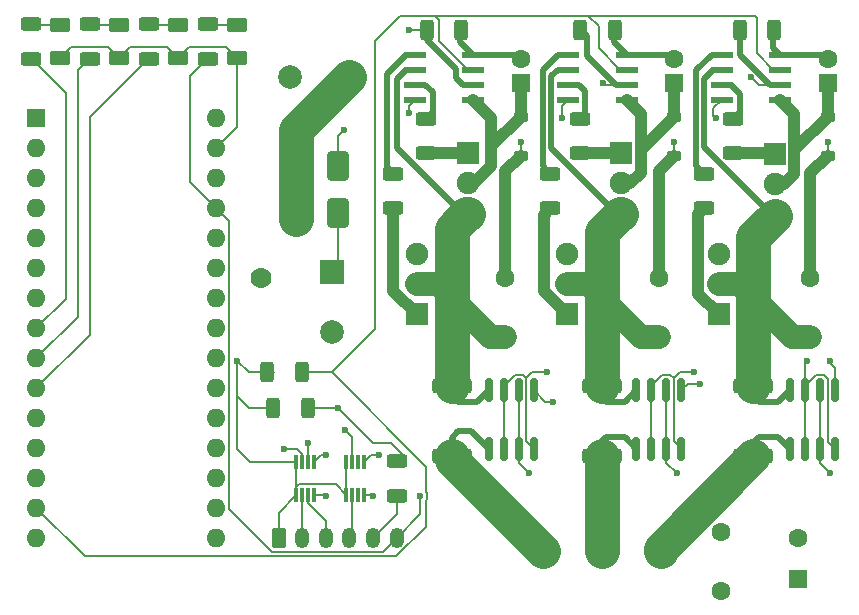
<source format=gbr>
%TF.GenerationSoftware,KiCad,Pcbnew,9.0.3*%
%TF.CreationDate,2025-07-09T22:45:58-05:00*%
%TF.ProjectId,focMotorController,666f634d-6f74-46f7-9243-6f6e74726f6c,rev?*%
%TF.SameCoordinates,Original*%
%TF.FileFunction,Copper,L1,Top*%
%TF.FilePolarity,Positive*%
%FSLAX46Y46*%
G04 Gerber Fmt 4.6, Leading zero omitted, Abs format (unit mm)*
G04 Created by KiCad (PCBNEW 9.0.3) date 2025-07-09 22:45:58*
%MOMM*%
%LPD*%
G01*
G04 APERTURE LIST*
G04 Aperture macros list*
%AMRoundRect*
0 Rectangle with rounded corners*
0 $1 Rounding radius*
0 $2 $3 $4 $5 $6 $7 $8 $9 X,Y pos of 4 corners*
0 Add a 4 corners polygon primitive as box body*
4,1,4,$2,$3,$4,$5,$6,$7,$8,$9,$2,$3,0*
0 Add four circle primitives for the rounded corners*
1,1,$1+$1,$2,$3*
1,1,$1+$1,$4,$5*
1,1,$1+$1,$6,$7*
1,1,$1+$1,$8,$9*
0 Add four rect primitives between the rounded corners*
20,1,$1+$1,$2,$3,$4,$5,0*
20,1,$1+$1,$4,$5,$6,$7,0*
20,1,$1+$1,$6,$7,$8,$9,0*
20,1,$1+$1,$8,$9,$2,$3,0*%
G04 Aperture macros list end*
%TA.AperFunction,SMDPad,CuDef*%
%ADD10RoundRect,0.250000X-0.312500X-0.625000X0.312500X-0.625000X0.312500X0.625000X-0.312500X0.625000X0*%
%TD*%
%TA.AperFunction,SMDPad,CuDef*%
%ADD11RoundRect,0.250000X0.312500X0.625000X-0.312500X0.625000X-0.312500X-0.625000X0.312500X-0.625000X0*%
%TD*%
%TA.AperFunction,SMDPad,CuDef*%
%ADD12RoundRect,0.250000X0.625000X-0.312500X0.625000X0.312500X-0.625000X0.312500X-0.625000X-0.312500X0*%
%TD*%
%TA.AperFunction,ComponentPad*%
%ADD13RoundRect,0.250000X0.550000X-0.550000X0.550000X0.550000X-0.550000X0.550000X-0.550000X-0.550000X0*%
%TD*%
%TA.AperFunction,ComponentPad*%
%ADD14C,1.600000*%
%TD*%
%TA.AperFunction,ComponentPad*%
%ADD15C,1.770000*%
%TD*%
%TA.AperFunction,SMDPad,CuDef*%
%ADD16RoundRect,0.250000X-0.650000X1.000000X-0.650000X-1.000000X0.650000X-1.000000X0.650000X1.000000X0*%
%TD*%
%TA.AperFunction,SMDPad,CuDef*%
%ADD17RoundRect,0.250000X0.625000X-0.375000X0.625000X0.375000X-0.625000X0.375000X-0.625000X-0.375000X0*%
%TD*%
%TA.AperFunction,SMDPad,CuDef*%
%ADD18RoundRect,0.250000X-1.425000X0.362500X-1.425000X-0.362500X1.425000X-0.362500X1.425000X0.362500X0*%
%TD*%
%TA.AperFunction,SMDPad,CuDef*%
%ADD19RoundRect,0.250000X-0.625000X0.312500X-0.625000X-0.312500X0.625000X-0.312500X0.625000X0.312500X0*%
%TD*%
%TA.AperFunction,SMDPad,CuDef*%
%ADD20RoundRect,0.225000X0.375000X-0.225000X0.375000X0.225000X-0.375000X0.225000X-0.375000X-0.225000X0*%
%TD*%
%TA.AperFunction,ComponentPad*%
%ADD21R,1.910000X1.910000*%
%TD*%
%TA.AperFunction,ComponentPad*%
%ADD22C,1.910000*%
%TD*%
%TA.AperFunction,SMDPad,CuDef*%
%ADD23R,1.981200X0.508000*%
%TD*%
%TA.AperFunction,ComponentPad*%
%ADD24RoundRect,0.250000X-0.350000X-0.625000X0.350000X-0.625000X0.350000X0.625000X-0.350000X0.625000X0*%
%TD*%
%TA.AperFunction,ComponentPad*%
%ADD25O,1.200000X1.750000*%
%TD*%
%TA.AperFunction,ComponentPad*%
%ADD26C,2.300000*%
%TD*%
%TA.AperFunction,SMDPad,CuDef*%
%ADD27RoundRect,0.087500X-0.087500X0.537500X-0.087500X-0.537500X0.087500X-0.537500X0.087500X0.537500X0*%
%TD*%
%TA.AperFunction,SMDPad,CuDef*%
%ADD28RoundRect,0.150000X0.150000X-0.825000X0.150000X0.825000X-0.150000X0.825000X-0.150000X-0.825000X0*%
%TD*%
%TA.AperFunction,ComponentPad*%
%ADD29C,2.000000*%
%TD*%
%TA.AperFunction,ComponentPad*%
%ADD30R,2.000000X2.000000*%
%TD*%
%TA.AperFunction,ComponentPad*%
%ADD31R,1.600000X1.600000*%
%TD*%
%TA.AperFunction,ComponentPad*%
%ADD32O,1.600000X1.600000*%
%TD*%
%TA.AperFunction,ViaPad*%
%ADD33C,0.600000*%
%TD*%
%TA.AperFunction,Conductor*%
%ADD34C,0.200000*%
%TD*%
%TA.AperFunction,Conductor*%
%ADD35C,0.500000*%
%TD*%
%TA.AperFunction,Conductor*%
%ADD36C,1.000000*%
%TD*%
%TA.AperFunction,Conductor*%
%ADD37C,2.000000*%
%TD*%
%TA.AperFunction,Conductor*%
%ADD38C,3.000000*%
%TD*%
G04 APERTURE END LIST*
D10*
%TO.P,R13,1*%
%TO.N,GND*%
X95037500Y-68500000D03*
%TO.P,R13,2*%
%TO.N,Enable*%
X97962500Y-68500000D03*
%TD*%
D11*
%TO.P,R11,1*%
%TO.N,GND*%
X137962500Y-39500000D03*
%TO.P,R11,2*%
%TO.N,PhaseC*%
X135037500Y-39500000D03*
%TD*%
%TO.P,R8,1*%
%TO.N,GND*%
X124462500Y-39500000D03*
%TO.P,R8,2*%
%TO.N,PhaseB*%
X121537500Y-39500000D03*
%TD*%
%TO.P,R7,1*%
%TO.N,GND*%
X111462500Y-39500000D03*
%TO.P,R7,2*%
%TO.N,PhaseA*%
X108537500Y-39500000D03*
%TD*%
D12*
%TO.P,R3,2*%
%TO.N,Net-(D3-A)*%
X90000000Y-39022522D03*
%TO.P,R3,1*%
%TO.N,5VDD*%
X90000000Y-41947522D03*
%TD*%
%TO.P,R5,2*%
%TO.N,Net-(D5-A)*%
X80000000Y-39022522D03*
%TO.P,R5,1*%
%TO.N,Status2*%
X80000000Y-41947522D03*
%TD*%
%TO.P,R4,2*%
%TO.N,Net-(D4-A)*%
X75020882Y-39037500D03*
%TO.P,R4,1*%
%TO.N,Status1*%
X75020882Y-41962500D03*
%TD*%
%TO.P,R6,2*%
%TO.N,Net-(D6-A)*%
X85000000Y-39022522D03*
%TO.P,R6,1*%
%TO.N,Status3*%
X85000000Y-41947522D03*
%TD*%
D10*
%TO.P,R2,1*%
%TO.N,GND*%
X95537500Y-71500000D03*
%TO.P,R2,2*%
%TO.N,Net-(A1-A0)*%
X98462500Y-71500000D03*
%TD*%
D12*
%TO.P,R1,1*%
%TO.N,Net-(J2-Motor_Temperature)*%
X106000000Y-78962500D03*
%TO.P,R1,2*%
%TO.N,Net-(A1-A0)*%
X106000000Y-76037500D03*
%TD*%
D13*
%TO.P,C7,1*%
%TO.N,PVIN*%
X142500000Y-43955113D03*
D14*
%TO.P,C7,2*%
%TO.N,GND*%
X142500000Y-41955113D03*
%TD*%
D13*
%TO.P,C1,1*%
%TO.N,Net-(C1-Pad1)*%
X140000000Y-86000000D03*
D14*
%TO.P,C1,2*%
%TO.N,PVIN*%
X140000000Y-82500000D03*
%TD*%
D15*
%TO.P,F1,1*%
%TO.N,+12V*%
X97500000Y-55500000D03*
%TO.P,F1,2*%
%TO.N,Net-(D2-A)*%
X94500000Y-60500000D03*
%TD*%
D16*
%TO.P,D1,1,A1*%
%TO.N,GND*%
X101000000Y-51000000D03*
%TO.P,D1,2,A2*%
%TO.N,PVIN*%
X101000000Y-55000000D03*
%TD*%
D17*
%TO.P,D3,1,K*%
%TO.N,GND*%
X92500000Y-41885022D03*
%TO.P,D3,2,A*%
%TO.N,Net-(D3-A)*%
X92500000Y-39085022D03*
%TD*%
D18*
%TO.P,R14,1*%
%TO.N,PhaseASense*%
X110646100Y-69672500D03*
%TO.P,R14,2*%
%TO.N,PhaseAOut*%
X110646100Y-75597500D03*
%TD*%
D13*
%TO.P,C6,1*%
%TO.N,PVIN*%
X129500000Y-43955113D03*
D14*
%TO.P,C6,2*%
%TO.N,GND*%
X129500000Y-41955113D03*
%TD*%
D19*
%TO.P,R12,1*%
%TO.N,Net-(U11-HO)*%
X134500000Y-47037500D03*
%TO.P,R12,2*%
%TO.N,CHighGate*%
X134500000Y-49962500D03*
%TD*%
D20*
%TO.P,D8,1,K*%
%TO.N,Net-(D8-K)*%
X129500000Y-50150000D03*
%TO.P,D8,2,A*%
%TO.N,PVIN*%
X129500000Y-46850000D03*
%TD*%
D19*
%TO.P,R19,1*%
%TO.N,Net-(U9-LO)*%
X105704100Y-51672500D03*
%TO.P,R19,2*%
%TO.N,ALowGate*%
X105704100Y-54597500D03*
%TD*%
D13*
%TO.P,C8,1*%
%TO.N,PVIN*%
X116500000Y-43955113D03*
D14*
%TO.P,C8,2*%
%TO.N,GND*%
X116500000Y-41955113D03*
%TD*%
D19*
%TO.P,R9,1*%
%TO.N,Net-(U10-HO)*%
X121500000Y-47037500D03*
%TO.P,R9,2*%
%TO.N,BHighGate*%
X121500000Y-49962500D03*
%TD*%
D20*
%TO.P,D7,1,K*%
%TO.N,Net-(D7-K)*%
X116500000Y-50150000D03*
%TO.P,D7,2,A*%
%TO.N,PVIN*%
X116500000Y-46850000D03*
%TD*%
D14*
%TO.P,C2,1*%
%TO.N,GND*%
X133500000Y-82000000D03*
%TO.P,C2,2*%
%TO.N,Net-(C1-Pad1)*%
X133500000Y-87000000D03*
%TD*%
D21*
%TO.P,U5,1*%
%TO.N,CLowGate*%
X133262100Y-63587500D03*
D22*
%TO.P,U5,2*%
%TO.N,PhaseCSense*%
X133262100Y-61047500D03*
%TO.P,U5,3*%
%TO.N,GND*%
X133262100Y-58507500D03*
%TD*%
D18*
%TO.P,R15,1*%
%TO.N,PhaseBSense*%
X123372000Y-69672500D03*
%TO.P,R15,2*%
%TO.N,PhaseBOut*%
X123372000Y-75597500D03*
%TD*%
D19*
%TO.P,R10,1*%
%TO.N,Net-(U10-LO)*%
X119000000Y-51672500D03*
%TO.P,R10,2*%
%TO.N,BLowGate*%
X119000000Y-54597500D03*
%TD*%
D20*
%TO.P,D9,1,K*%
%TO.N,Net-(D9-K)*%
X142500000Y-50150000D03*
%TO.P,D9,2,A*%
%TO.N,PVIN*%
X142500000Y-46850000D03*
%TD*%
D18*
%TO.P,R16,1*%
%TO.N,PhaseCSense*%
X136204100Y-69672500D03*
%TO.P,R16,2*%
%TO.N,PhaseCOut*%
X136204100Y-75597500D03*
%TD*%
D21*
%TO.P,U7,1*%
%TO.N,BHighGate*%
X125000000Y-49920000D03*
D22*
%TO.P,U7,2*%
%TO.N,PVIN*%
X125000000Y-52460000D03*
%TO.P,U7,3*%
%TO.N,PhaseBSense*%
X125000000Y-55000000D03*
%TD*%
D19*
%TO.P,R22,1*%
%TO.N,Net-(U9-HO)*%
X108500000Y-47037500D03*
%TO.P,R22,2*%
%TO.N,AHighGate*%
X108500000Y-49962500D03*
%TD*%
D17*
%TO.P,D5,1,K*%
%TO.N,GND*%
X82500000Y-41885022D03*
%TO.P,D5,2,A*%
%TO.N,Net-(D5-A)*%
X82500000Y-39085022D03*
%TD*%
D23*
%TO.P,U10,1,VCC*%
%TO.N,PVIN*%
X125463800Y-45405000D03*
%TO.P,U10,2,IN*%
%TO.N,PhaseB*%
X125463800Y-44135000D03*
%TO.P,U10,3,~{SD}*%
%TO.N,Enable*%
X125463800Y-42865000D03*
%TO.P,U10,4,COM*%
%TO.N,GND*%
X125463800Y-41595000D03*
%TO.P,U10,5,LO*%
%TO.N,Net-(U10-LO)*%
X120536200Y-41595000D03*
%TO.P,U10,6,VS*%
%TO.N,PhaseBSense*%
X120536200Y-42865000D03*
%TO.P,U10,7,HO*%
%TO.N,Net-(U10-HO)*%
X120536200Y-44135000D03*
%TO.P,U10,8,VB*%
%TO.N,Net-(D8-K)*%
X120536200Y-45405000D03*
%TD*%
D21*
%TO.P,U4,1*%
%TO.N,BLowGate*%
X120430000Y-63587500D03*
D22*
%TO.P,U4,2*%
%TO.N,PhaseBSense*%
X120430000Y-61047500D03*
%TO.P,U4,3*%
%TO.N,GND*%
X120430000Y-58507500D03*
%TD*%
D14*
%TO.P,C4,1*%
%TO.N,Net-(D8-K)*%
X128204100Y-60500000D03*
%TO.P,C4,2*%
%TO.N,PhaseBSense*%
X128204100Y-65500000D03*
%TD*%
D24*
%TO.P,J2,1,Ground*%
%TO.N,GND*%
X96000000Y-82500000D03*
D25*
%TO.P,J2,2,Encoder_C_/_Index*%
%TO.N,EncoderC*%
X98000000Y-82500000D03*
%TO.P,J2,3,Encoder_B*%
%TO.N,EncoderB*%
X100000000Y-82500000D03*
%TO.P,J2,4,Encoder_A*%
%TO.N,EncoderA*%
X102000000Y-82500000D03*
%TO.P,J2,5,Motor_Temperature*%
%TO.N,Net-(J2-Motor_Temperature)*%
X104000000Y-82500000D03*
%TO.P,J2,6,+5V*%
%TO.N,5VDD*%
X106000000Y-82500000D03*
%TD*%
D26*
%TO.P,P1,1,1*%
%TO.N,PhaseAOut*%
X118372000Y-83635000D03*
%TO.P,P1,2,2*%
%TO.N,PhaseBOut*%
X123372000Y-83635000D03*
%TO.P,P1,3,3*%
%TO.N,PhaseCOut*%
X128372000Y-83635000D03*
%TD*%
D23*
%TO.P,U9,1,VCC*%
%TO.N,PVIN*%
X112463800Y-45405000D03*
%TO.P,U9,2,IN*%
%TO.N,PhaseA*%
X112463800Y-44135000D03*
%TO.P,U9,3,~{SD}*%
%TO.N,Enable*%
X112463800Y-42865000D03*
%TO.P,U9,4,COM*%
%TO.N,GND*%
X112463800Y-41595000D03*
%TO.P,U9,5,LO*%
%TO.N,Net-(U9-LO)*%
X107536200Y-41595000D03*
%TO.P,U9,6,VS*%
%TO.N,PhaseASense*%
X107536200Y-42865000D03*
%TO.P,U9,7,HO*%
%TO.N,Net-(U9-HO)*%
X107536200Y-44135000D03*
%TO.P,U9,8,VB*%
%TO.N,Net-(D7-K)*%
X107536200Y-45405000D03*
%TD*%
D27*
%TO.P,U2,1,VCCA*%
%TO.N,3.3VDD*%
X99000000Y-76100000D03*
%TO.P,U2,2,1A*%
%TO.N,EncLogicB*%
X98500000Y-76100000D03*
%TO.P,U2,3,2A*%
%TO.N,EncLogicC*%
X98000000Y-76100000D03*
%TO.P,U2,4,GND*%
%TO.N,GND*%
X97500000Y-76100000D03*
%TO.P,U2,5,DIR*%
X97500000Y-78900000D03*
%TO.P,U2,6,2B*%
%TO.N,EncoderC*%
X98000000Y-78900000D03*
%TO.P,U2,7,1B*%
%TO.N,EncoderB*%
X98500000Y-78900000D03*
%TO.P,U2,8,VCCB*%
%TO.N,5VDD*%
X99000000Y-78900000D03*
%TD*%
D21*
%TO.P,U6,1*%
%TO.N,AHighGate*%
X112000000Y-49920000D03*
D22*
%TO.P,U6,2*%
%TO.N,PVIN*%
X112000000Y-52460000D03*
%TO.P,U6,3*%
%TO.N,PhaseASense*%
X112000000Y-55000000D03*
%TD*%
D28*
%TO.P,U13,1,-*%
%TO.N,PhaseBOut*%
X126299100Y-74975000D03*
%TO.P,U13,2,GND*%
%TO.N,GND*%
X127569100Y-74975000D03*
%TO.P,U13,3,REF2*%
%TO.N,3.3VDD*%
X128839100Y-74975000D03*
%TO.P,U13,4,GND*%
%TO.N,GND*%
X130109100Y-74975000D03*
%TO.P,U13,5*%
%TO.N,CurrentB*%
X130109100Y-70025000D03*
%TO.P,U13,6,V+*%
%TO.N,3.3VDD*%
X128839100Y-70025000D03*
%TO.P,U13,7,REF1*%
%TO.N,GND*%
X127569100Y-70025000D03*
%TO.P,U13,8,+*%
%TO.N,PhaseBSense*%
X126299100Y-70025000D03*
%TD*%
%TO.P,U12,1,-*%
%TO.N,PhaseAOut*%
X113799100Y-74975000D03*
%TO.P,U12,2,GND*%
%TO.N,GND*%
X115069100Y-74975000D03*
%TO.P,U12,3,REF2*%
%TO.N,3.3VDD*%
X116339100Y-74975000D03*
%TO.P,U12,4,GND*%
%TO.N,GND*%
X117609100Y-74975000D03*
%TO.P,U12,5*%
%TO.N,CurrentA*%
X117609100Y-70025000D03*
%TO.P,U12,6,V+*%
%TO.N,3.3VDD*%
X116339100Y-70025000D03*
%TO.P,U12,7,REF1*%
%TO.N,GND*%
X115069100Y-70025000D03*
%TO.P,U12,8,+*%
%TO.N,PhaseASense*%
X113799100Y-70025000D03*
%TD*%
D29*
%TO.P,P2,1,1*%
%TO.N,+12V*%
X102000000Y-43500000D03*
%TO.P,P2,2,2*%
%TO.N,GND*%
X97000000Y-43500000D03*
%TD*%
D14*
%TO.P,C5,1*%
%TO.N,Net-(D9-K)*%
X141000000Y-60500000D03*
%TO.P,C5,2*%
%TO.N,PhaseCSense*%
X141000000Y-65500000D03*
%TD*%
D30*
%TO.P,D2,1,K*%
%TO.N,PVIN*%
X100550000Y-59960000D03*
D29*
%TO.P,D2,2,A*%
%TO.N,Net-(D2-A)*%
X100550000Y-65040000D03*
%TD*%
D28*
%TO.P,U14,1,-*%
%TO.N,PhaseCOut*%
X139299100Y-74975000D03*
%TO.P,U14,2,GND*%
%TO.N,GND*%
X140569100Y-74975000D03*
%TO.P,U14,3,REF2*%
%TO.N,3.3VDD*%
X141839100Y-74975000D03*
%TO.P,U14,4,GND*%
%TO.N,GND*%
X143109100Y-74975000D03*
%TO.P,U14,5*%
%TO.N,CurrentC*%
X143109100Y-70025000D03*
%TO.P,U14,6,V+*%
%TO.N,3.3VDD*%
X141839100Y-70025000D03*
%TO.P,U14,7,REF1*%
%TO.N,GND*%
X140569100Y-70025000D03*
%TO.P,U14,8,+*%
%TO.N,PhaseCSense*%
X139299100Y-70025000D03*
%TD*%
D21*
%TO.P,U8,1*%
%TO.N,CHighGate*%
X138000000Y-50047500D03*
D22*
%TO.P,U8,2*%
%TO.N,PVIN*%
X138000000Y-52587500D03*
%TO.P,U8,3*%
%TO.N,PhaseCSense*%
X138000000Y-55127500D03*
%TD*%
D23*
%TO.P,U11,1,VCC*%
%TO.N,PVIN*%
X138463800Y-45405000D03*
%TO.P,U11,2,IN*%
%TO.N,PhaseC*%
X138463800Y-44135000D03*
%TO.P,U11,3,~{SD}*%
%TO.N,Enable*%
X138463800Y-42865000D03*
%TO.P,U11,4,COM*%
%TO.N,GND*%
X138463800Y-41595000D03*
%TO.P,U11,5,LO*%
%TO.N,Net-(U11-LO)*%
X133536200Y-41595000D03*
%TO.P,U11,6,VS*%
%TO.N,PhaseCSense*%
X133536200Y-42865000D03*
%TO.P,U11,7,HO*%
%TO.N,Net-(U11-HO)*%
X133536200Y-44135000D03*
%TO.P,U11,8,VB*%
%TO.N,Net-(D9-K)*%
X133536200Y-45405000D03*
%TD*%
D19*
%TO.P,R20,1*%
%TO.N,Net-(U11-LO)*%
X132000000Y-51672500D03*
%TO.P,R20,2*%
%TO.N,CLowGate*%
X132000000Y-54597500D03*
%TD*%
D31*
%TO.P,A1,1,D1/TX*%
%TO.N,unconnected-(A1-D1{slash}TX-Pad1)*%
X75500000Y-46980000D03*
D32*
%TO.P,A1,2,D0/RX*%
%TO.N,unconnected-(A1-D0{slash}RX-Pad2)*%
X75500000Y-49520000D03*
%TO.P,A1,3,~{RESET}*%
%TO.N,unconnected-(A1-~{RESET}-Pad3)*%
X75500000Y-52060000D03*
%TO.P,A1,4,GND*%
%TO.N,GND*%
X75500000Y-54600000D03*
%TO.P,A1,5,D2*%
%TO.N,EncLogicA*%
X75500000Y-57140000D03*
%TO.P,A1,6,D3*%
%TO.N,EncLogicB*%
X75500000Y-59680000D03*
%TO.P,A1,7,D4*%
%TO.N,EncLogicC*%
X75500000Y-62220000D03*
%TO.P,A1,8,D5*%
%TO.N,Status1*%
X75500000Y-64760000D03*
%TO.P,A1,9,D6*%
%TO.N,Status2*%
X75500000Y-67300000D03*
%TO.P,A1,10,D7*%
%TO.N,Status3*%
X75500000Y-69840000D03*
%TO.P,A1,11,D8*%
%TO.N,PhaseA*%
X75500000Y-72380000D03*
%TO.P,A1,12,D9*%
%TO.N,PhaseB*%
X75500000Y-74920000D03*
%TO.P,A1,13,D10/CS*%
%TO.N,PhaseC*%
X75500000Y-77460000D03*
%TO.P,A1,14,D11/COPI*%
%TO.N,Enable*%
X75500000Y-80000000D03*
%TO.P,A1,15,D12/CIPO*%
%TO.N,unconnected-(A1-D12{slash}CIPO-Pad15)*%
X75500000Y-82540000D03*
%TO.P,A1,16,D13/SCK*%
%TO.N,unconnected-(A1-D13{slash}SCK-Pad16)*%
X90740000Y-82540000D03*
%TO.P,A1,17,3V3*%
%TO.N,3.3VDD*%
X90740000Y-80000000D03*
%TO.P,A1,18,REF*%
%TO.N,unconnected-(A1-REF-Pad18)*%
X90740000Y-77460000D03*
%TO.P,A1,19,A0*%
%TO.N,Net-(A1-A0)*%
X90740000Y-74920000D03*
%TO.P,A1,20,A1*%
%TO.N,CurrentA*%
X90740000Y-72380000D03*
%TO.P,A1,21,A2*%
%TO.N,CurrentB*%
X90740000Y-69840000D03*
%TO.P,A1,22,A3*%
%TO.N,CurrentC*%
X90740000Y-67300000D03*
%TO.P,A1,23,SDA/A4*%
%TO.N,unconnected-(A1-SDA{slash}A4-Pad23)*%
X90740000Y-64760000D03*
%TO.P,A1,24,SCL/A5*%
%TO.N,unconnected-(A1-SCL{slash}A5-Pad24)*%
X90740000Y-62220000D03*
%TO.P,A1,25,A6*%
%TO.N,unconnected-(A1-A6-Pad25)*%
X90740000Y-59680000D03*
%TO.P,A1,26,A7*%
%TO.N,unconnected-(A1-A7-Pad26)*%
X90740000Y-57140000D03*
%TO.P,A1,27,VUSB/5V*%
%TO.N,5VDD*%
X90740000Y-54600000D03*
%TO.P,A1,28,REC*%
%TO.N,unconnected-(A1-REC-Pad28)*%
X90740000Y-52060000D03*
%TO.P,A1,29,GND*%
%TO.N,GND*%
X90740000Y-49520000D03*
%TO.P,A1,30,VIN*%
%TO.N,PVIN*%
X90740000Y-46980000D03*
%TD*%
D14*
%TO.P,C3,1*%
%TO.N,Net-(D7-K)*%
X115204100Y-60500000D03*
%TO.P,C3,2*%
%TO.N,PhaseASense*%
X115204100Y-65500000D03*
%TD*%
D27*
%TO.P,U1,1,VCCA*%
%TO.N,3.3VDD*%
X103250000Y-76100000D03*
%TO.P,U1,2,1A*%
%TO.N,unconnected-(U1-1A-Pad2)*%
X102750000Y-76100000D03*
%TO.P,U1,3,2A*%
%TO.N,EncLogicA*%
X102250000Y-76100000D03*
%TO.P,U1,4,GND*%
%TO.N,GND*%
X101750000Y-76100000D03*
%TO.P,U1,5,DIR*%
X101750000Y-78900000D03*
%TO.P,U1,6,2B*%
%TO.N,EncoderA*%
X102250000Y-78900000D03*
%TO.P,U1,7,1B*%
%TO.N,unconnected-(U1-1B-Pad7)*%
X102750000Y-78900000D03*
%TO.P,U1,8,VCCB*%
%TO.N,5VDD*%
X103250000Y-78900000D03*
%TD*%
D21*
%TO.P,U3,1*%
%TO.N,ALowGate*%
X107704100Y-63587500D03*
D22*
%TO.P,U3,2*%
%TO.N,PhaseASense*%
X107704100Y-61047500D03*
%TO.P,U3,3*%
%TO.N,GND*%
X107704100Y-58507500D03*
%TD*%
D17*
%TO.P,D6,1,K*%
%TO.N,GND*%
X87500000Y-41885022D03*
%TO.P,D6,2,A*%
%TO.N,Net-(D6-A)*%
X87500000Y-39085022D03*
%TD*%
%TO.P,D4,1,K*%
%TO.N,GND*%
X77500000Y-41885022D03*
%TO.P,D4,2,A*%
%TO.N,Net-(D4-A)*%
X77500000Y-39085022D03*
%TD*%
D33*
%TO.N,GND*%
X140704100Y-67500000D03*
X101500000Y-48000000D03*
X92500000Y-67500000D03*
X118704100Y-68500000D03*
X131204100Y-68500000D03*
%TO.N,EncLogicC*%
X96500000Y-75000000D03*
%TO.N,3.3VDD*%
X142704100Y-77000000D03*
X129704100Y-77000000D03*
X100000000Y-75500000D03*
X104466450Y-75533550D03*
X117204100Y-77000000D03*
%TO.N,Net-(A1-A0)*%
X101000000Y-71500000D03*
%TO.N,PhaseA*%
X107000000Y-39500000D03*
%TO.N,EncLogicA*%
X101625000Y-73375000D03*
%TO.N,CurrentA*%
X119204100Y-71000000D03*
%TO.N,PhaseC*%
X136000000Y-43500000D03*
%TO.N,CurrentC*%
X142704100Y-67500000D03*
%TO.N,CurrentB*%
X131704100Y-69500000D03*
%TO.N,PhaseB*%
X123500000Y-44000000D03*
%TO.N,5VDD*%
X104000000Y-79000000D03*
X108000000Y-79000000D03*
X100000000Y-79000000D03*
%TO.N,EncLogicB*%
X98500000Y-74500000D03*
%TO.N,Net-(D7-K)*%
X107000000Y-46500000D03*
X116500000Y-49000000D03*
%TO.N,Net-(D8-K)*%
X129500000Y-49000000D03*
X120000000Y-47000000D03*
%TO.N,Net-(D9-K)*%
X142500000Y-49000000D03*
X133000000Y-47000000D03*
%TD*%
D34*
%TO.N,GND*%
X127569100Y-69678032D02*
X128498132Y-68749000D01*
X82500000Y-41885022D02*
X81574000Y-40959022D01*
X142508100Y-69077032D02*
X142508100Y-74374000D01*
X86574000Y-40959022D02*
X83426000Y-40959022D01*
X115069100Y-70999999D02*
X115069100Y-70025000D01*
X129949132Y-68500000D02*
X131204100Y-68500000D01*
X126335800Y-41595000D02*
X129639887Y-41595000D01*
X87500000Y-41885022D02*
X86574000Y-40959022D01*
X129180068Y-68749000D02*
X129440100Y-69009032D01*
X92500000Y-47760000D02*
X90740000Y-49520000D01*
X97500000Y-78223152D02*
X97500000Y-78900000D01*
X140569100Y-69050001D02*
X140569100Y-70025000D01*
X92500000Y-70500000D02*
X92500000Y-75000000D01*
X88426000Y-40959022D02*
X87500000Y-41885022D01*
D35*
X129139887Y-41595000D02*
X129500000Y-41955113D01*
D34*
X137900000Y-38960000D02*
X137900000Y-41031200D01*
X78426000Y-40959022D02*
X77500000Y-41885022D01*
D35*
X116139887Y-41595000D02*
X116500000Y-41955113D01*
D34*
X100824000Y-77974000D02*
X97749152Y-77974000D01*
D35*
X142139887Y-41595000D02*
X142500000Y-41955113D01*
D34*
X92500000Y-75000000D02*
X93600000Y-76100000D01*
D35*
X111400000Y-39500000D02*
X111400000Y-40531200D01*
D34*
X92500000Y-41885022D02*
X92500000Y-47760000D01*
X117440100Y-68500000D02*
X116940100Y-69000000D01*
X93500000Y-68500000D02*
X92500000Y-67500000D01*
X95100000Y-71500000D02*
X93500000Y-71500000D01*
D35*
X137900000Y-39500000D02*
X137900000Y-41031200D01*
D34*
X101750000Y-78900000D02*
X101750000Y-76100000D01*
X118704100Y-68500000D02*
X117440100Y-68500000D01*
X92500000Y-67500000D02*
X92500000Y-70500000D01*
X116940100Y-69000000D02*
X116931068Y-69000000D01*
X115069100Y-74975000D02*
X115069100Y-70025000D01*
X130109100Y-74975000D02*
X129440100Y-74306000D01*
X142180068Y-68749000D02*
X142508100Y-69077032D01*
X115998132Y-68749000D02*
X115069100Y-69678032D01*
X140569100Y-74975000D02*
X140569100Y-70025000D01*
X128498132Y-68749000D02*
X129180068Y-68749000D01*
X129639887Y-41595000D02*
X130000000Y-41955113D01*
X101000000Y-51000000D02*
X101000000Y-48500000D01*
X96000000Y-82500000D02*
X96000000Y-80400000D01*
X140569100Y-67635000D02*
X140704100Y-67500000D01*
X127569100Y-70025000D02*
X127569100Y-69678032D01*
X127569100Y-70371968D02*
X127569100Y-70025000D01*
X96000000Y-80400000D02*
X97500000Y-78900000D01*
D35*
X124400000Y-40531200D02*
X125463800Y-41595000D01*
X138463800Y-41595000D02*
X142139887Y-41595000D01*
D34*
X127569100Y-70025000D02*
X127569100Y-70999999D01*
D35*
X137900000Y-41031200D02*
X138463800Y-41595000D01*
D34*
X140569100Y-70025000D02*
X140569100Y-67635000D01*
X116931068Y-69000000D02*
X116680068Y-68749000D01*
X129440100Y-74306000D02*
X129440100Y-69009032D01*
X97749152Y-77974000D02*
X97500000Y-78223152D01*
X116680068Y-68749000D02*
X115998132Y-68749000D01*
X93500000Y-71500000D02*
X92500000Y-70500000D01*
X116940100Y-74306000D02*
X116940100Y-69000000D01*
X92500000Y-41885022D02*
X91574000Y-40959022D01*
X141498132Y-68749000D02*
X142180068Y-68749000D01*
X97500000Y-76500000D02*
X97500000Y-79300000D01*
X93600000Y-76100000D02*
X97500000Y-76100000D01*
X140569100Y-70025000D02*
X140569100Y-70865000D01*
X81574000Y-40959022D02*
X78426000Y-40959022D01*
X95600000Y-68500000D02*
X93500000Y-68500000D01*
X117609100Y-74975000D02*
X116940100Y-74306000D01*
X101750000Y-78900000D02*
X100824000Y-77974000D01*
D35*
X112463800Y-41595000D02*
X116139887Y-41595000D01*
D34*
X127569100Y-74975000D02*
X127569100Y-70025000D01*
X140569100Y-70025000D02*
X140569100Y-69678032D01*
X129440100Y-69009032D02*
X129949132Y-68500000D01*
D35*
X124400000Y-39500000D02*
X124400000Y-40531200D01*
D34*
X115069100Y-69678032D02*
X115069100Y-70025000D01*
X140569100Y-70025000D02*
X140569100Y-70999999D01*
D35*
X111400000Y-40531200D02*
X112463800Y-41595000D01*
D34*
X83426000Y-40959022D02*
X82500000Y-41885022D01*
D35*
X125463800Y-41595000D02*
X129139887Y-41595000D01*
D34*
X142508100Y-74374000D02*
X143109100Y-74975000D01*
X101000000Y-48500000D02*
X101500000Y-48000000D01*
X117609100Y-74628032D02*
X117609100Y-74975000D01*
X91574000Y-40959022D02*
X88426000Y-40959022D01*
X140569100Y-69678032D02*
X141498132Y-68749000D01*
%TO.N,EncLogicC*%
X98000000Y-75423152D02*
X97576848Y-75000000D01*
X98000000Y-76100000D02*
X98000000Y-75423152D01*
X97576848Y-75000000D02*
X96500000Y-75000000D01*
%TO.N,Status3*%
X85000000Y-41885022D02*
X85000000Y-41985022D01*
X80000000Y-65340000D02*
X75500000Y-69840000D01*
X80000000Y-46885022D02*
X80000000Y-65340000D01*
X85000000Y-41885022D02*
X80000000Y-46885022D01*
%TO.N,3.3VDD*%
X141839100Y-74975000D02*
X141839100Y-76135000D01*
X128839100Y-70025000D02*
X128839100Y-74975000D01*
X103816450Y-75533550D02*
X104466450Y-75533550D01*
X128839100Y-74975000D02*
X128839100Y-76135000D01*
X116339100Y-70025000D02*
X116339100Y-74975000D01*
X116339100Y-76135000D02*
X117204100Y-77000000D01*
X99000000Y-76100000D02*
X99600000Y-75500000D01*
X103250000Y-76100000D02*
X103816450Y-75533550D01*
X141839100Y-70025000D02*
X141839100Y-74975000D01*
X128839100Y-76135000D02*
X129704100Y-77000000D01*
X141839100Y-76135000D02*
X142704100Y-77000000D01*
X116339100Y-74975000D02*
X116339100Y-76135000D01*
X99600000Y-75500000D02*
X100000000Y-75500000D01*
%TO.N,Net-(A1-A0)*%
X106500000Y-75500000D02*
X106500000Y-76100000D01*
X104000000Y-74500000D02*
X105500000Y-74500000D01*
X101000000Y-71500000D02*
X104000000Y-74500000D01*
X98900000Y-71500000D02*
X101000000Y-71500000D01*
X105500000Y-74500000D02*
X106500000Y-75500000D01*
D35*
%TO.N,PhaseA*%
X111022200Y-42797200D02*
X111022200Y-43570000D01*
X111587200Y-44135000D02*
X112463800Y-44135000D01*
X108600000Y-39500000D02*
X108600000Y-40375000D01*
D34*
X108600000Y-39500000D02*
X107000000Y-39500000D01*
D35*
X108600000Y-40375000D02*
X111022200Y-42797200D01*
X111022200Y-43570000D02*
X111587200Y-44135000D01*
D34*
%TO.N,EncLogicA*%
X102250000Y-76100000D02*
X102250000Y-74000000D01*
X102250000Y-74000000D02*
X101625000Y-73375000D01*
%TO.N,Enable*%
X124887200Y-42865000D02*
X123090260Y-41068060D01*
X137887200Y-42865000D02*
X138463800Y-42865000D01*
X136324000Y-38324000D02*
X136500000Y-38500000D01*
X123090260Y-39204100D02*
X123090260Y-41068060D01*
X108500000Y-76500000D02*
X108500000Y-78650057D01*
X104204100Y-40419600D02*
X106299700Y-38324000D01*
X112030840Y-42865000D02*
X109582920Y-40417080D01*
X122210160Y-38324000D02*
X136324000Y-38324000D01*
X137727200Y-42865000D02*
X138463800Y-42865000D01*
X136500000Y-41477800D02*
X137887200Y-42865000D01*
X125463800Y-42865000D02*
X124887200Y-42865000D01*
X109582920Y-38696760D02*
X109582920Y-40417080D01*
X108500000Y-79349943D02*
X108500000Y-81549206D01*
X109210160Y-38324000D02*
X109582920Y-38696760D01*
X136500000Y-38500000D02*
X136500000Y-41477800D01*
X98400000Y-68500000D02*
X100500000Y-68500000D01*
X112463800Y-42865000D02*
X112030840Y-42865000D01*
X100500000Y-68500000D02*
X108500000Y-76500000D01*
X108500000Y-81549206D02*
X105972206Y-84077000D01*
X104204100Y-40419600D02*
X104204100Y-64795900D01*
X79577000Y-84077000D02*
X75500000Y-80000000D01*
X108500000Y-78650057D02*
X108601000Y-78751057D01*
X106299700Y-38324000D02*
X109210160Y-38324000D01*
X104204100Y-64795900D02*
X100500000Y-68500000D01*
X108601000Y-79248943D02*
X108500000Y-79349943D01*
X108601000Y-78751057D02*
X108601000Y-79248943D01*
X122210160Y-38324000D02*
X123090260Y-39204100D01*
X105972206Y-84077000D02*
X79577000Y-84077000D01*
X111727200Y-42865000D02*
X112463800Y-42865000D01*
X109210160Y-38324000D02*
X122210160Y-38324000D01*
D36*
%TO.N,PVIN*%
X114003101Y-49346899D02*
X114003101Y-50996899D01*
X112540000Y-52460000D02*
X112000000Y-52460000D01*
X126656000Y-51576000D02*
X125772000Y-52460000D01*
X138772000Y-52587500D02*
X138000000Y-52587500D01*
X129500000Y-46850000D02*
X126656000Y-49694000D01*
X139850000Y-49500000D02*
X142500000Y-46850000D01*
X139656000Y-49500000D02*
X139850000Y-49500000D01*
X112463800Y-45405000D02*
X114003101Y-46944301D01*
X116500000Y-46850000D02*
X114003101Y-49346899D01*
X129500000Y-46850000D02*
X129500000Y-43955113D01*
X139656000Y-49500000D02*
X139656000Y-51703500D01*
X114003101Y-50996899D02*
X112540000Y-52460000D01*
X139656000Y-51703500D02*
X138772000Y-52587500D01*
X116500000Y-46850000D02*
X116500000Y-43955113D01*
X126656000Y-49694000D02*
X126656000Y-51576000D01*
X142500000Y-43955113D02*
X142500000Y-46850000D01*
D34*
X142500000Y-46850000D02*
X142495113Y-46850000D01*
D36*
X138463800Y-45405000D02*
X139656000Y-46597200D01*
X125772000Y-52460000D02*
X125000000Y-52460000D01*
D34*
X101000000Y-55000000D02*
X101000000Y-59010000D01*
D36*
X125463800Y-45405000D02*
X126656000Y-46597200D01*
X126656000Y-46597200D02*
X126656000Y-49694000D01*
X139656000Y-46597200D02*
X139656000Y-49500000D01*
D34*
X101000000Y-59010000D02*
X100550000Y-59460000D01*
D36*
X114003101Y-46944301D02*
X114003101Y-49346899D01*
D34*
%TO.N,CurrentA*%
X117609100Y-70025000D02*
X118584100Y-71000000D01*
X118584100Y-71000000D02*
X119204100Y-71000000D01*
%TO.N,PhaseC*%
X138463800Y-44135000D02*
X136635000Y-44135000D01*
X135100000Y-41347800D02*
X137887200Y-44135000D01*
D35*
X135100000Y-41647800D02*
X137587200Y-44135000D01*
X137587200Y-44135000D02*
X138463800Y-44135000D01*
X135100000Y-39500000D02*
X135100000Y-41647800D01*
D34*
X135100000Y-38960000D02*
X135100000Y-41347800D01*
X136635000Y-44135000D02*
X136000000Y-43500000D01*
X137887200Y-44135000D02*
X138463800Y-44135000D01*
%TO.N,CurrentC*%
X143109100Y-70025000D02*
X143109100Y-68095000D01*
X142704100Y-67690000D02*
X142704100Y-67500000D01*
X143109100Y-68095000D02*
X142704100Y-67690000D01*
%TO.N,CurrentB*%
X130634100Y-69500000D02*
X131704100Y-69500000D01*
X130109100Y-70025000D02*
X130634100Y-69500000D01*
D35*
%TO.N,PhaseB*%
X124587200Y-44135000D02*
X125463800Y-44135000D01*
D34*
X125463800Y-44135000D02*
X123635000Y-44135000D01*
X123635000Y-44135000D02*
X123500000Y-44000000D01*
D35*
X122126100Y-41673900D02*
X124587200Y-44135000D01*
X121600000Y-39500000D02*
X122126100Y-40026100D01*
X122126100Y-40026100D02*
X122126100Y-41673900D01*
D34*
%TO.N,5VDD*%
X88500000Y-52360000D02*
X90740000Y-54600000D01*
X106000000Y-82500000D02*
X104824000Y-83676000D01*
X88500000Y-43385022D02*
X88500000Y-52360000D01*
X108000000Y-80500000D02*
X108000000Y-79000000D01*
X99900000Y-78900000D02*
X100000000Y-79000000D01*
X95414840Y-83676000D02*
X91841000Y-80102160D01*
X99000000Y-78900000D02*
X99900000Y-78900000D01*
X91841000Y-55701000D02*
X90740000Y-54600000D01*
X91841000Y-80102160D02*
X91841000Y-55701000D01*
X103900000Y-78900000D02*
X104000000Y-79000000D01*
X104824000Y-83676000D02*
X95414840Y-83676000D01*
X103250000Y-78900000D02*
X103900000Y-78900000D01*
X90000000Y-41885022D02*
X88500000Y-43385022D01*
X106000000Y-82500000D02*
X108000000Y-80500000D01*
%TO.N,Status1*%
X78000000Y-62260000D02*
X78000000Y-44879118D01*
X78000000Y-62260000D02*
X75500000Y-64760000D01*
X78000000Y-44879118D02*
X75020882Y-41900000D01*
%TO.N,Status2*%
X80000000Y-41885022D02*
X79000000Y-42885022D01*
X79000000Y-42885022D02*
X79000000Y-63800000D01*
X79000000Y-63800000D02*
X75500000Y-67300000D01*
%TO.N,EncLogicB*%
X98500000Y-76100000D02*
X98500000Y-74500000D01*
%TO.N,PhaseASense*%
X110646100Y-69672500D02*
X110646100Y-70426285D01*
D35*
X111219815Y-71000000D02*
X112824100Y-71000000D01*
D37*
X107704100Y-61047500D02*
X109476100Y-61047500D01*
D35*
X112000000Y-55000000D02*
X111500000Y-55000000D01*
X106799600Y-42865000D02*
X107536200Y-42865000D01*
X106000000Y-49500000D02*
X106000000Y-43664600D01*
D38*
X110646100Y-69672500D02*
X110646100Y-56353900D01*
D35*
X110646100Y-70426285D02*
X111219815Y-71000000D01*
D37*
X115204100Y-65500000D02*
X113928600Y-65500000D01*
X109476100Y-61047500D02*
X110646100Y-62217500D01*
D35*
X112824100Y-71000000D02*
X113799100Y-70025000D01*
D38*
X110646100Y-56353900D02*
X111884000Y-55116000D01*
D35*
X106000000Y-43664600D02*
X106799600Y-42865000D01*
D38*
X111884000Y-55116000D02*
X112000000Y-55116000D01*
D35*
X111500000Y-55000000D02*
X106000000Y-49500000D01*
D37*
X113928600Y-65500000D02*
X110646100Y-62217500D01*
D36*
%TO.N,Net-(D7-K)*%
X115204100Y-51445900D02*
X116500000Y-50150000D01*
D34*
X107536200Y-45405000D02*
X107000000Y-45941200D01*
D36*
X115204100Y-60500000D02*
X115204100Y-51445900D01*
D34*
X116500000Y-50150000D02*
X116500000Y-49000000D01*
X107000000Y-45941200D02*
X107000000Y-46500000D01*
%TO.N,Net-(D8-K)*%
X120000000Y-45941200D02*
X120000000Y-47000000D01*
D36*
X128204100Y-51445900D02*
X129500000Y-50150000D01*
D34*
X129500000Y-50150000D02*
X129500000Y-49000000D01*
X120536200Y-45405000D02*
X120000000Y-45941200D01*
D36*
X128204100Y-60500000D02*
X128204100Y-51445900D01*
D38*
%TO.N,PhaseBSense*%
X124884000Y-55116000D02*
X125000000Y-55116000D01*
D35*
X123372000Y-69672500D02*
X123372000Y-70667900D01*
D37*
X122202000Y-61047500D02*
X120430000Y-61047500D01*
D35*
X123704100Y-71000000D02*
X125324100Y-71000000D01*
X125324100Y-71000000D02*
X126299100Y-70025000D01*
D38*
X123372000Y-69672500D02*
X123372000Y-56628000D01*
D34*
X120536200Y-42865000D02*
X121272800Y-42865000D01*
D35*
X119094600Y-49492892D02*
X119094600Y-43430000D01*
D37*
X128204100Y-65500000D02*
X126654500Y-65500000D01*
D35*
X125000000Y-55000000D02*
X124601708Y-55000000D01*
X119094600Y-43430000D02*
X119659600Y-42865000D01*
X119659600Y-42865000D02*
X120536200Y-42865000D01*
D38*
X123372000Y-56628000D02*
X124884000Y-55116000D01*
D37*
X126654500Y-65500000D02*
X122202000Y-61047500D01*
D35*
X124601708Y-55000000D02*
X119094600Y-49492892D01*
X123372000Y-70667900D02*
X123704100Y-71000000D01*
%TO.N,PhaseCSense*%
X132045600Y-49443892D02*
X132045600Y-43619000D01*
D37*
X139486600Y-65500000D02*
X141000000Y-65500000D01*
D35*
X138324100Y-71000000D02*
X139299100Y-70025000D01*
D38*
X136204100Y-69672500D02*
X136204100Y-57039400D01*
D35*
X137729208Y-55127500D02*
X132045600Y-49443892D01*
X136204100Y-70500000D02*
X136704100Y-71000000D01*
X132045600Y-43619000D02*
X132799600Y-42865000D01*
D37*
X135034100Y-61047500D02*
X133262100Y-61047500D01*
D35*
X132799600Y-42865000D02*
X133536200Y-42865000D01*
X138000000Y-55127500D02*
X137729208Y-55127500D01*
D37*
X139486600Y-65500000D02*
X135034100Y-61047500D01*
D38*
X136204100Y-57039400D02*
X138000000Y-55243500D01*
D35*
X136704100Y-71000000D02*
X138324100Y-71000000D01*
D36*
%TO.N,Net-(D9-K)*%
X141000000Y-51650000D02*
X142500000Y-50150000D01*
D34*
X132795600Y-46145600D02*
X132795600Y-46795600D01*
X132795600Y-46795600D02*
X133000000Y-47000000D01*
X133536200Y-45405000D02*
X132795600Y-46145600D01*
D36*
X141000000Y-60500000D02*
X141000000Y-51650000D01*
D34*
X142500000Y-50150000D02*
X142500000Y-49000000D01*
%TO.N,Net-(D3-A)*%
X90000000Y-39085022D02*
X92500000Y-39085022D01*
%TO.N,Net-(D4-A)*%
X77485022Y-39100000D02*
X77500000Y-39085022D01*
X75020882Y-39100000D02*
X77485022Y-39100000D01*
%TO.N,Net-(D5-A)*%
X80000000Y-39085022D02*
X82500000Y-39085022D01*
%TO.N,Net-(D6-A)*%
X85000000Y-39085022D02*
X87500000Y-39085022D01*
D38*
%TO.N,+12V*%
X102000000Y-43500000D02*
X97500000Y-48000000D01*
X97500000Y-48000000D02*
X97500000Y-55500000D01*
D34*
%TO.N,Net-(J2-Motor_Temperature)*%
X106000000Y-78900000D02*
X106000000Y-80500000D01*
X106500000Y-78900000D02*
X106000000Y-78900000D01*
X106000000Y-80500000D02*
X104000000Y-82500000D01*
%TO.N,EncoderA*%
X102250000Y-82250000D02*
X102250000Y-79301000D01*
X102000000Y-82500000D02*
X102250000Y-82250000D01*
%TO.N,EncoderC*%
X98000000Y-78900000D02*
X98000000Y-82500000D01*
%TO.N,EncoderB*%
X100000000Y-81076848D02*
X100000000Y-82500000D01*
X98500000Y-79576848D02*
X100000000Y-81076848D01*
X98500000Y-78900000D02*
X98500000Y-79576848D01*
D38*
%TO.N,PhaseBOut*%
X123372000Y-75597500D02*
X123372000Y-83635000D01*
D35*
X125324100Y-74000000D02*
X126299100Y-74975000D01*
X123372000Y-74332100D02*
X123704100Y-74000000D01*
X123372000Y-75597500D02*
X123372000Y-74332100D01*
X123704100Y-74000000D02*
X125324100Y-74000000D01*
%TO.N,PhaseCOut*%
X136204100Y-75597500D02*
X136204100Y-74500000D01*
D37*
X136204100Y-75597500D02*
X136204100Y-75802900D01*
D38*
X136204100Y-75597500D02*
X128372000Y-83429600D01*
D35*
X136204100Y-74500000D02*
X136704100Y-74000000D01*
X138324100Y-74000000D02*
X139299100Y-74975000D01*
D38*
X128372000Y-83429600D02*
X128372000Y-83635000D01*
D35*
X136704100Y-74000000D02*
X138324100Y-74000000D01*
D38*
%TO.N,PhaseAOut*%
X110646100Y-75597500D02*
X110646100Y-75909100D01*
D35*
X110646100Y-74058000D02*
X111204100Y-73500000D01*
X112324100Y-73500000D02*
X113799100Y-74975000D01*
D34*
X118372000Y-83323400D02*
X118372000Y-83635000D01*
D35*
X110646100Y-75597500D02*
X110646100Y-74058000D01*
D34*
X118135000Y-83635000D02*
X117500000Y-83000000D01*
D38*
X110646100Y-75909100D02*
X118372000Y-83635000D01*
D35*
X111204100Y-73500000D02*
X112324100Y-73500000D01*
D36*
%TO.N,BHighGate*%
X124957500Y-49962500D02*
X125000000Y-49920000D01*
X121500000Y-49962500D02*
X124957500Y-49962500D01*
D35*
%TO.N,Net-(U10-HO)*%
X120536200Y-44135000D02*
X121412800Y-44135000D01*
X121412800Y-44135000D02*
X121977800Y-44700000D01*
X121977800Y-46559700D02*
X121500000Y-47037500D01*
X121977800Y-44700000D02*
X121977800Y-46559700D01*
D34*
%TO.N,Net-(U10-LO)*%
X119959600Y-41595000D02*
X119527300Y-42027300D01*
X118872000Y-51672500D02*
X118696000Y-51496500D01*
X118500000Y-43054600D02*
X118500000Y-51500000D01*
X120536200Y-41595000D02*
X119959600Y-41595000D01*
D35*
X118393600Y-51066100D02*
X118393600Y-42861000D01*
D34*
X119527300Y-42027300D02*
X118500000Y-43054600D01*
D35*
X119659600Y-41595000D02*
X120536200Y-41595000D01*
X119000000Y-51672500D02*
X118393600Y-51066100D01*
X118393600Y-42861000D02*
X119659600Y-41595000D01*
D36*
%TO.N,BLowGate*%
X118437500Y-61595000D02*
X120430000Y-63587500D01*
X119000000Y-54597500D02*
X118437500Y-55160000D01*
X118437500Y-55160000D02*
X118437500Y-61595000D01*
D34*
X118872000Y-62029500D02*
X120430000Y-63587500D01*
X118872000Y-54597500D02*
X118872000Y-62029500D01*
D36*
%TO.N,CHighGate*%
X137915000Y-49962500D02*
X138000000Y-50047500D01*
X134500000Y-49962500D02*
X137915000Y-49962500D01*
D35*
%TO.N,Net-(U11-HO)*%
X133536200Y-44135000D02*
X134272800Y-44135000D01*
X135062500Y-44924700D02*
X135062500Y-46475000D01*
X135062500Y-46475000D02*
X134500000Y-47037500D01*
X134272800Y-44135000D02*
X135062500Y-44924700D01*
D36*
%TO.N,ALowGate*%
X105704100Y-61587500D02*
X107704100Y-63587500D01*
X105704100Y-54597500D02*
X105704100Y-61587500D01*
D34*
%TO.N,Net-(U9-LO)*%
X106799600Y-41595000D02*
X105000000Y-43394600D01*
D35*
X105141600Y-51110000D02*
X105141600Y-43253000D01*
X106799600Y-41595000D02*
X107536200Y-41595000D01*
D34*
X105000000Y-43394600D02*
X105000000Y-51500000D01*
D35*
X105141600Y-43253000D02*
X106799600Y-41595000D01*
X105704100Y-51672500D02*
X105141600Y-51110000D01*
D34*
%TO.N,Net-(U11-LO)*%
X131392747Y-51672500D02*
X131392747Y-43001853D01*
X132000000Y-51500000D02*
X131827500Y-51672500D01*
X131392747Y-43001853D02*
X132799600Y-41595000D01*
X131827500Y-51672500D02*
X131392747Y-51672500D01*
D35*
X132000000Y-51672500D02*
X131344600Y-51017100D01*
X131344600Y-51017100D02*
X131344600Y-42910000D01*
X132659600Y-41595000D02*
X133536200Y-41595000D01*
X131344600Y-42910000D02*
X132659600Y-41595000D01*
D34*
X132799600Y-41595000D02*
X133536200Y-41595000D01*
D36*
%TO.N,CLowGate*%
X131500000Y-55097500D02*
X131500000Y-61825400D01*
D34*
X131704100Y-62029500D02*
X133262100Y-63587500D01*
D36*
X131500000Y-61825400D02*
X133262100Y-63587500D01*
X132000000Y-54597500D02*
X131500000Y-55097500D01*
%TO.N,AHighGate*%
X111957500Y-49962500D02*
X112000000Y-49920000D01*
X108500000Y-49962500D02*
X111957500Y-49962500D01*
D35*
%TO.N,Net-(U9-HO)*%
X109062500Y-44784700D02*
X109062500Y-46475000D01*
X109062500Y-46475000D02*
X108500000Y-47037500D01*
X108412800Y-44135000D02*
X109062500Y-44784700D01*
X107536200Y-44135000D02*
X108412800Y-44135000D01*
%TD*%
M02*

</source>
